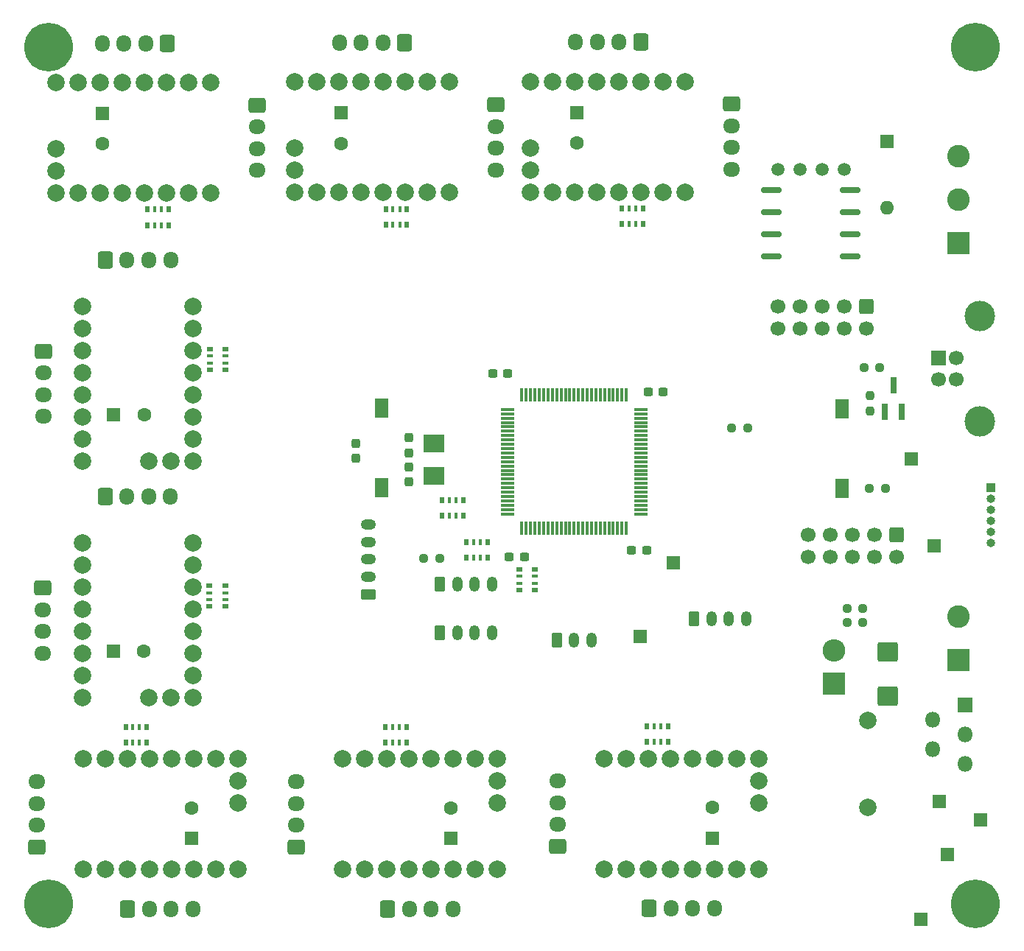
<source format=gbr>
%TF.GenerationSoftware,KiCad,Pcbnew,6.0.10*%
%TF.CreationDate,2023-03-14T21:17:13+03:00*%
%TF.ProjectId,multistepper,6d756c74-6973-4746-9570-7065722e6b69,rev?*%
%TF.SameCoordinates,Original*%
%TF.FileFunction,Soldermask,Top*%
%TF.FilePolarity,Negative*%
%FSLAX46Y46*%
G04 Gerber Fmt 4.6, Leading zero omitted, Abs format (unit mm)*
G04 Created by KiCad (PCBNEW 6.0.10) date 2023-03-14 21:17:13*
%MOMM*%
%LPD*%
G01*
G04 APERTURE LIST*
G04 Aperture macros list*
%AMRoundRect*
0 Rectangle with rounded corners*
0 $1 Rounding radius*
0 $2 $3 $4 $5 $6 $7 $8 $9 X,Y pos of 4 corners*
0 Add a 4 corners polygon primitive as box body*
4,1,4,$2,$3,$4,$5,$6,$7,$8,$9,$2,$3,0*
0 Add four circle primitives for the rounded corners*
1,1,$1+$1,$2,$3*
1,1,$1+$1,$4,$5*
1,1,$1+$1,$6,$7*
1,1,$1+$1,$8,$9*
0 Add four rect primitives between the rounded corners*
20,1,$1+$1,$2,$3,$4,$5,0*
20,1,$1+$1,$4,$5,$6,$7,0*
20,1,$1+$1,$6,$7,$8,$9,0*
20,1,$1+$1,$8,$9,$2,$3,0*%
G04 Aperture macros list end*
%ADD10RoundRect,0.237500X-0.300000X-0.237500X0.300000X-0.237500X0.300000X0.237500X-0.300000X0.237500X0*%
%ADD11RoundRect,0.250000X0.600000X0.725000X-0.600000X0.725000X-0.600000X-0.725000X0.600000X-0.725000X0*%
%ADD12O,1.700000X1.950000*%
%ADD13RoundRect,0.250000X-0.725000X0.600000X-0.725000X-0.600000X0.725000X-0.600000X0.725000X0.600000X0*%
%ADD14O,1.950000X1.700000*%
%ADD15RoundRect,0.250000X0.625000X-0.350000X0.625000X0.350000X-0.625000X0.350000X-0.625000X-0.350000X0*%
%ADD16O,1.750000X1.200000*%
%ADD17RoundRect,0.250000X-0.600000X0.600000X-0.600000X-0.600000X0.600000X-0.600000X0.600000X0.600000X0*%
%ADD18C,1.700000*%
%ADD19R,1.600000X2.180000*%
%ADD20RoundRect,0.250000X0.725000X-0.600000X0.725000X0.600000X-0.725000X0.600000X-0.725000X-0.600000X0*%
%ADD21C,5.600000*%
%ADD22RoundRect,0.237500X-0.237500X0.250000X-0.237500X-0.250000X0.237500X-0.250000X0.237500X0.250000X0*%
%ADD23R,1.600000X1.600000*%
%ADD24O,1.600000X1.600000*%
%ADD25C,1.600000*%
%ADD26RoundRect,0.250000X-0.350000X-0.625000X0.350000X-0.625000X0.350000X0.625000X-0.350000X0.625000X0*%
%ADD27O,1.200000X1.750000*%
%ADD28RoundRect,0.250000X-0.600000X-0.725000X0.600000X-0.725000X0.600000X0.725000X-0.600000X0.725000X0*%
%ADD29C,2.000000*%
%ADD30R,0.500000X0.800000*%
%ADD31R,0.400000X0.800000*%
%ADD32R,0.800000X0.500000*%
%ADD33R,0.800000X0.400000*%
%ADD34R,2.600000X2.600000*%
%ADD35C,2.600000*%
%ADD36RoundRect,0.237500X0.250000X0.237500X-0.250000X0.237500X-0.250000X-0.237500X0.250000X-0.237500X0*%
%ADD37R,0.800000X1.900000*%
%ADD38R,1.500000X1.500000*%
%ADD39R,1.000000X1.000000*%
%ADD40O,1.000000X1.000000*%
%ADD41RoundRect,0.075000X-0.725000X-0.075000X0.725000X-0.075000X0.725000X0.075000X-0.725000X0.075000X0*%
%ADD42RoundRect,0.075000X-0.075000X-0.725000X0.075000X-0.725000X0.075000X0.725000X-0.075000X0.725000X0*%
%ADD43RoundRect,0.237500X0.237500X-0.300000X0.237500X0.300000X-0.237500X0.300000X-0.237500X-0.300000X0*%
%ADD44RoundRect,0.237500X-0.250000X-0.237500X0.250000X-0.237500X0.250000X0.237500X-0.250000X0.237500X0*%
%ADD45R,2.400000X2.000000*%
%ADD46RoundRect,0.237500X-0.237500X0.300000X-0.237500X-0.300000X0.237500X-0.300000X0.237500X0.300000X0*%
%ADD47C,1.500000*%
%ADD48O,2.600000X2.600000*%
%ADD49RoundRect,0.162500X-1.012500X-0.162500X1.012500X-0.162500X1.012500X0.162500X-1.012500X0.162500X0*%
%ADD50R,1.800000X1.800000*%
%ADD51O,1.800000X1.800000*%
%ADD52RoundRect,0.237500X0.300000X0.237500X-0.300000X0.237500X-0.300000X-0.237500X0.300000X-0.237500X0*%
%ADD53RoundRect,0.250000X-0.925000X0.875000X-0.925000X-0.875000X0.925000X-0.875000X0.925000X0.875000X0*%
%ADD54R,1.700000X1.700000*%
%ADD55C,3.500000*%
G04 APERTURE END LIST*
D10*
%TO.C,C9*%
X110035000Y-79502000D03*
X111760000Y-79502000D03*
%TD*%
D11*
%TO.C,J17*%
X99921075Y-41501827D03*
D12*
X97421075Y-41501827D03*
X94921075Y-41501827D03*
X92421075Y-41501827D03*
%TD*%
D13*
%TO.C,J12*%
X58374000Y-76974000D03*
D14*
X58374000Y-79474000D03*
X58374000Y-81974000D03*
X58374000Y-84474000D03*
%TD*%
D15*
%TO.C,J6*%
X95758000Y-104902000D03*
D16*
X95758000Y-102902000D03*
X95758000Y-100902000D03*
X95758000Y-98902000D03*
X95758000Y-96902000D03*
%TD*%
D17*
%TO.C,J2*%
X152958800Y-71840700D03*
D18*
X152958800Y-74380700D03*
X150418800Y-71840700D03*
X150418800Y-74380700D03*
X147878800Y-71840700D03*
X147878800Y-74380700D03*
X145338800Y-71840700D03*
X145338800Y-74380700D03*
X142798800Y-71840700D03*
X142798800Y-74380700D03*
%TD*%
D19*
%TO.C,SW2*%
X150164800Y-83548000D03*
X150164800Y-92728000D03*
%TD*%
D20*
%TO.C,J22*%
X87466000Y-133934000D03*
D14*
X87466000Y-131434000D03*
X87466000Y-128934000D03*
X87466000Y-126434000D03*
%TD*%
D21*
%TO.C,H4*%
X165500000Y-140500000D03*
%TD*%
D22*
%TO.C,R36*%
X153416000Y-82043900D03*
X153416000Y-83868900D03*
%TD*%
D23*
%TO.C,SW3*%
X155295600Y-52832000D03*
D24*
X155295600Y-60452000D03*
%TD*%
D23*
%TO.C,C24*%
X105246000Y-132978000D03*
D25*
X105246000Y-129478000D03*
%TD*%
D26*
%TO.C,J5*%
X103934000Y-103733600D03*
D27*
X105934000Y-103733600D03*
X107934000Y-103733600D03*
X109934000Y-103733600D03*
%TD*%
D28*
%TO.C,J11*%
X65500000Y-66500000D03*
D12*
X68000000Y-66500000D03*
X70500000Y-66500000D03*
X73000000Y-66500000D03*
%TD*%
D29*
%TO.C,XX5*%
X140640000Y-123774000D03*
X138100000Y-123774000D03*
X135560000Y-123774000D03*
X133020000Y-123774000D03*
X130480000Y-123774000D03*
X127940000Y-123774000D03*
X125400000Y-123774000D03*
X122860000Y-123774000D03*
X122860000Y-136474000D03*
X125400000Y-136474000D03*
X127940000Y-136474000D03*
X130480000Y-136474000D03*
X133020000Y-136474000D03*
X135560000Y-136474000D03*
X138100000Y-136474000D03*
X140640000Y-136474000D03*
X140640000Y-126314000D03*
X140640000Y-128854000D03*
%TD*%
D30*
%TO.C,RN11*%
X127270450Y-60560000D03*
D31*
X126470450Y-60560000D03*
X125670450Y-60560000D03*
D30*
X124870450Y-60560000D03*
X124870450Y-62360000D03*
D31*
X125670450Y-62360000D03*
X126470450Y-62360000D03*
D30*
X127270450Y-62360000D03*
%TD*%
D26*
%TO.C,J13*%
X117380000Y-110194000D03*
D27*
X119380000Y-110194000D03*
X121380000Y-110194000D03*
%TD*%
D29*
%TO.C,XX8*%
X75572000Y-116801600D03*
X75572000Y-114261600D03*
X75572000Y-111721600D03*
X75572000Y-109181600D03*
X75572000Y-106641600D03*
X75572000Y-104101600D03*
X75572000Y-101561600D03*
X75572000Y-99021600D03*
X62872000Y-99021600D03*
X62872000Y-101561600D03*
X62872000Y-104101600D03*
X62872000Y-106641600D03*
X62872000Y-109181600D03*
X62872000Y-111721600D03*
X62872000Y-114261600D03*
X62872000Y-116801600D03*
X73032000Y-116801600D03*
X70492000Y-116801600D03*
%TD*%
%TO.C,XX3*%
X87281075Y-58727827D03*
X89821075Y-58727827D03*
X92361075Y-58727827D03*
X94901075Y-58727827D03*
X97441075Y-58727827D03*
X99981075Y-58727827D03*
X102521075Y-58727827D03*
X105061075Y-58727827D03*
X105061075Y-46027827D03*
X102521075Y-46027827D03*
X99981075Y-46027827D03*
X97441075Y-46027827D03*
X94901075Y-46027827D03*
X92361075Y-46027827D03*
X89821075Y-46027827D03*
X87281075Y-46027827D03*
X87281075Y-56187827D03*
X87281075Y-53647827D03*
%TD*%
D32*
%TO.C,RN7*%
X113095200Y-102025600D03*
D33*
X113095200Y-102825600D03*
X113095200Y-103625600D03*
D32*
X113095200Y-104425600D03*
X114895200Y-104425600D03*
D33*
X114895200Y-103625600D03*
X114895200Y-102825600D03*
D32*
X114895200Y-102025600D03*
%TD*%
D34*
%TO.C,J10*%
X163576000Y-112482000D03*
D35*
X163576000Y-107482000D03*
%TD*%
D36*
%TO.C,R33*%
X154529800Y-78841600D03*
X152704800Y-78841600D03*
%TD*%
D17*
%TO.C,J3*%
X156464000Y-98044000D03*
D18*
X156464000Y-100584000D03*
X153924000Y-98044000D03*
X153924000Y-100584000D03*
X151384000Y-98044000D03*
X151384000Y-100584000D03*
X148844000Y-98044000D03*
X148844000Y-100584000D03*
X146304000Y-98044000D03*
X146304000Y-100584000D03*
%TD*%
D37*
%TO.C,Q3*%
X155107600Y-83897600D03*
X157007600Y-83897600D03*
X156057600Y-80897600D03*
%TD*%
D38*
%TO.C,TP3*%
X166090600Y-130860800D03*
%TD*%
D39*
%TO.C,J1*%
X167258600Y-92608400D03*
D40*
X167258600Y-93878400D03*
X167258600Y-95148400D03*
X167258600Y-96418400D03*
X167258600Y-97688400D03*
X167258600Y-98958400D03*
%TD*%
D20*
%TO.C,J24*%
X57604925Y-133934000D03*
D14*
X57604925Y-131434000D03*
X57604925Y-128934000D03*
X57604925Y-126434000D03*
%TD*%
D41*
%TO.C,U1*%
X111705000Y-83662000D03*
X111705000Y-84162000D03*
X111705000Y-84662000D03*
X111705000Y-85162000D03*
X111705000Y-85662000D03*
X111705000Y-86162000D03*
X111705000Y-86662000D03*
X111705000Y-87162000D03*
X111705000Y-87662000D03*
X111705000Y-88162000D03*
X111705000Y-88662000D03*
X111705000Y-89162000D03*
X111705000Y-89662000D03*
X111705000Y-90162000D03*
X111705000Y-90662000D03*
X111705000Y-91162000D03*
X111705000Y-91662000D03*
X111705000Y-92162000D03*
X111705000Y-92662000D03*
X111705000Y-93162000D03*
X111705000Y-93662000D03*
X111705000Y-94162000D03*
X111705000Y-94662000D03*
X111705000Y-95162000D03*
X111705000Y-95662000D03*
D42*
X113380000Y-97337000D03*
X113880000Y-97337000D03*
X114380000Y-97337000D03*
X114880000Y-97337000D03*
X115380000Y-97337000D03*
X115880000Y-97337000D03*
X116380000Y-97337000D03*
X116880000Y-97337000D03*
X117380000Y-97337000D03*
X117880000Y-97337000D03*
X118380000Y-97337000D03*
X118880000Y-97337000D03*
X119380000Y-97337000D03*
X119880000Y-97337000D03*
X120380000Y-97337000D03*
X120880000Y-97337000D03*
X121380000Y-97337000D03*
X121880000Y-97337000D03*
X122380000Y-97337000D03*
X122880000Y-97337000D03*
X123380000Y-97337000D03*
X123880000Y-97337000D03*
X124380000Y-97337000D03*
X124880000Y-97337000D03*
X125380000Y-97337000D03*
D41*
X127055000Y-95662000D03*
X127055000Y-95162000D03*
X127055000Y-94662000D03*
X127055000Y-94162000D03*
X127055000Y-93662000D03*
X127055000Y-93162000D03*
X127055000Y-92662000D03*
X127055000Y-92162000D03*
X127055000Y-91662000D03*
X127055000Y-91162000D03*
X127055000Y-90662000D03*
X127055000Y-90162000D03*
X127055000Y-89662000D03*
X127055000Y-89162000D03*
X127055000Y-88662000D03*
X127055000Y-88162000D03*
X127055000Y-87662000D03*
X127055000Y-87162000D03*
X127055000Y-86662000D03*
X127055000Y-86162000D03*
X127055000Y-85662000D03*
X127055000Y-85162000D03*
X127055000Y-84662000D03*
X127055000Y-84162000D03*
X127055000Y-83662000D03*
D42*
X125380000Y-81987000D03*
X124880000Y-81987000D03*
X124380000Y-81987000D03*
X123880000Y-81987000D03*
X123380000Y-81987000D03*
X122880000Y-81987000D03*
X122380000Y-81987000D03*
X121880000Y-81987000D03*
X121380000Y-81987000D03*
X120880000Y-81987000D03*
X120380000Y-81987000D03*
X119880000Y-81987000D03*
X119380000Y-81987000D03*
X118880000Y-81987000D03*
X118380000Y-81987000D03*
X117880000Y-81987000D03*
X117380000Y-81987000D03*
X116880000Y-81987000D03*
X116380000Y-81987000D03*
X115880000Y-81987000D03*
X115380000Y-81987000D03*
X114880000Y-81987000D03*
X114380000Y-81987000D03*
X113880000Y-81987000D03*
X113380000Y-81987000D03*
%TD*%
D21*
%TO.C,H1*%
X59000000Y-42000000D03*
%TD*%
D23*
%TO.C,C23*%
X135306000Y-132918000D03*
D25*
X135306000Y-129418000D03*
%TD*%
D43*
%TO.C,C4*%
X100417350Y-91997700D03*
X100417350Y-90272700D03*
%TD*%
D11*
%TO.C,J19*%
X127026450Y-41440000D03*
D12*
X124526450Y-41440000D03*
X122026450Y-41440000D03*
X119526450Y-41440000D03*
%TD*%
D44*
%TO.C,R35*%
X137466700Y-85801200D03*
X139291700Y-85801200D03*
%TD*%
D38*
%TO.C,TP2*%
X159258000Y-142240000D03*
%TD*%
D13*
%TO.C,J14*%
X82974000Y-48689654D03*
D14*
X82974000Y-51189654D03*
X82974000Y-53689654D03*
X82974000Y-56189654D03*
%TD*%
D21*
%TO.C,H3*%
X59000000Y-140500000D03*
%TD*%
D28*
%TO.C,J23*%
X97940000Y-141060000D03*
D12*
X100440000Y-141060000D03*
X102940000Y-141060000D03*
X105440000Y-141060000D03*
%TD*%
D45*
%TO.C,Y1*%
X103225600Y-87558000D03*
X103225600Y-91258000D03*
%TD*%
D28*
%TO.C,J25*%
X68078925Y-141060000D03*
D12*
X70578925Y-141060000D03*
X73078925Y-141060000D03*
X75578925Y-141060000D03*
%TD*%
D29*
%TO.C,XX4*%
X114386450Y-58666000D03*
X116926450Y-58666000D03*
X119466450Y-58666000D03*
X122006450Y-58666000D03*
X124546450Y-58666000D03*
X127086450Y-58666000D03*
X129626450Y-58666000D03*
X132166450Y-58666000D03*
X132166450Y-45966000D03*
X129626450Y-45966000D03*
X127086450Y-45966000D03*
X124546450Y-45966000D03*
X122006450Y-45966000D03*
X119466450Y-45966000D03*
X116926450Y-45966000D03*
X114386450Y-45966000D03*
X114386450Y-56126000D03*
X114386450Y-53586000D03*
%TD*%
D30*
%TO.C,RN6*%
X104210000Y-95896000D03*
D31*
X105010000Y-95896000D03*
X105810000Y-95896000D03*
D30*
X106610000Y-95896000D03*
X106610000Y-94096000D03*
D31*
X105810000Y-94096000D03*
X105010000Y-94096000D03*
D30*
X104210000Y-94096000D03*
%TD*%
D44*
%TO.C,R2*%
X153341700Y-92710000D03*
X155166700Y-92710000D03*
%TD*%
D10*
%TO.C,C5*%
X127889000Y-81661000D03*
X129614000Y-81661000D03*
%TD*%
D46*
%TO.C,C2*%
X94284800Y-87528400D03*
X94284800Y-89253400D03*
%TD*%
D21*
%TO.C,H2*%
X165500000Y-42000000D03*
%TD*%
D28*
%TO.C,J21*%
X128000000Y-141000000D03*
D12*
X130500000Y-141000000D03*
X133000000Y-141000000D03*
X135500000Y-141000000D03*
%TD*%
D23*
%TO.C,C21*%
X92615075Y-49583827D03*
D25*
X92615075Y-53083827D03*
%TD*%
D30*
%TO.C,RN10*%
X100165075Y-60621827D03*
D31*
X99365075Y-60621827D03*
X98565075Y-60621827D03*
D30*
X97765075Y-60621827D03*
X97765075Y-62421827D03*
D31*
X98565075Y-62421827D03*
X99365075Y-62421827D03*
D30*
X100165075Y-62421827D03*
%TD*%
D23*
%TO.C,C22*%
X119720450Y-49522000D03*
D25*
X119720450Y-53022000D03*
%TD*%
D30*
%TO.C,RN5*%
X107004000Y-100722000D03*
D31*
X107804000Y-100722000D03*
X108604000Y-100722000D03*
D30*
X109404000Y-100722000D03*
X109404000Y-98922000D03*
D31*
X108604000Y-98922000D03*
X107804000Y-98922000D03*
D30*
X107004000Y-98922000D03*
%TD*%
D13*
%TO.C,J18*%
X137500450Y-48566000D03*
D14*
X137500450Y-51066000D03*
X137500450Y-53566000D03*
X137500450Y-56066000D03*
%TD*%
D47*
%TO.C,Q1*%
X142798800Y-56083200D03*
X145338800Y-56083200D03*
X147878800Y-56083200D03*
X150418800Y-56083200D03*
%TD*%
D46*
%TO.C,C1*%
X100417350Y-86917700D03*
X100417350Y-88642700D03*
%TD*%
D29*
%TO.C,XX6*%
X110580000Y-123834000D03*
X108040000Y-123834000D03*
X105500000Y-123834000D03*
X102960000Y-123834000D03*
X100420000Y-123834000D03*
X97880000Y-123834000D03*
X95340000Y-123834000D03*
X92800000Y-123834000D03*
X92800000Y-136534000D03*
X95340000Y-136534000D03*
X97880000Y-136534000D03*
X100420000Y-136534000D03*
X102960000Y-136534000D03*
X105500000Y-136534000D03*
X108040000Y-136534000D03*
X110580000Y-136534000D03*
X110580000Y-126374000D03*
X110580000Y-128914000D03*
%TD*%
D34*
%TO.C,D26*%
X149250400Y-115194400D03*
D48*
X149250400Y-111384400D03*
%TD*%
D49*
%TO.C,U2*%
X142033000Y-58420000D03*
X142033000Y-60960000D03*
X142033000Y-63500000D03*
X142033000Y-66040000D03*
X151083000Y-66040000D03*
X151083000Y-63500000D03*
X151083000Y-60960000D03*
X151083000Y-58420000D03*
%TD*%
D38*
%TO.C,TP6*%
X127000000Y-109728000D03*
%TD*%
D23*
%TO.C,C19*%
X66456000Y-84280000D03*
D25*
X69956000Y-84280000D03*
%TD*%
D50*
%TO.C,U5*%
X164287200Y-117602000D03*
D51*
X160587200Y-119302000D03*
X164287200Y-121002000D03*
X160587200Y-122702000D03*
X164287200Y-124402000D03*
%TD*%
D30*
%TO.C,RN13*%
X97696000Y-121940000D03*
D31*
X98496000Y-121940000D03*
X99296000Y-121940000D03*
D30*
X100096000Y-121940000D03*
X100096000Y-120140000D03*
D31*
X99296000Y-120140000D03*
X98496000Y-120140000D03*
D30*
X97696000Y-120140000D03*
%TD*%
D13*
%TO.C,J27*%
X58346000Y-104161600D03*
D14*
X58346000Y-106661600D03*
X58346000Y-109161600D03*
X58346000Y-111661600D03*
%TD*%
D26*
%TO.C,J7*%
X133144000Y-107704800D03*
D27*
X135144000Y-107704800D03*
X137144000Y-107704800D03*
X139144000Y-107704800D03*
%TD*%
D30*
%TO.C,RN9*%
X72744000Y-60683654D03*
D31*
X71944000Y-60683654D03*
X71144000Y-60683654D03*
D30*
X70344000Y-60683654D03*
X70344000Y-62483654D03*
D31*
X71144000Y-62483654D03*
X71944000Y-62483654D03*
D30*
X72744000Y-62483654D03*
%TD*%
D38*
%TO.C,TP4*%
X161366200Y-128701800D03*
%TD*%
D32*
%TO.C,RN15*%
X77466000Y-103917600D03*
D33*
X77466000Y-104717600D03*
X77466000Y-105517600D03*
D32*
X77466000Y-106317600D03*
X79266000Y-106317600D03*
D33*
X79266000Y-105517600D03*
X79266000Y-104717600D03*
D32*
X79266000Y-103917600D03*
%TD*%
D11*
%TO.C,J15*%
X72644000Y-41563654D03*
D12*
X70144000Y-41563654D03*
X67644000Y-41563654D03*
X65144000Y-41563654D03*
%TD*%
D52*
%TO.C,C6*%
X127709000Y-99822000D03*
X125984000Y-99822000D03*
%TD*%
D29*
%TO.C,L1*%
X153162000Y-129409200D03*
X153162000Y-119409200D03*
%TD*%
D23*
%TO.C,C20*%
X65194000Y-49645654D03*
D25*
X65194000Y-53145654D03*
%TD*%
D19*
%TO.C,SW1*%
X97282000Y-83479200D03*
X97282000Y-92659200D03*
%TD*%
D29*
%TO.C,XX2*%
X59860000Y-58789654D03*
X62400000Y-58789654D03*
X64940000Y-58789654D03*
X67480000Y-58789654D03*
X70020000Y-58789654D03*
X72560000Y-58789654D03*
X75100000Y-58789654D03*
X77640000Y-58789654D03*
X77640000Y-46089654D03*
X75100000Y-46089654D03*
X72560000Y-46089654D03*
X70020000Y-46089654D03*
X67480000Y-46089654D03*
X64940000Y-46089654D03*
X62400000Y-46089654D03*
X59860000Y-46089654D03*
X59860000Y-56249654D03*
X59860000Y-53709654D03*
%TD*%
D34*
%TO.C,J9*%
X163576000Y-64516000D03*
D35*
X163576000Y-59516000D03*
X163576000Y-54516000D03*
%TD*%
D23*
%TO.C,C25*%
X75384925Y-132978000D03*
D25*
X75384925Y-129478000D03*
%TD*%
D36*
%TO.C,R11*%
X152552400Y-108102400D03*
X150727400Y-108102400D03*
%TD*%
D29*
%TO.C,XX7*%
X80718925Y-123834000D03*
X78178925Y-123834000D03*
X75638925Y-123834000D03*
X73098925Y-123834000D03*
X70558925Y-123834000D03*
X68018925Y-123834000D03*
X65478925Y-123834000D03*
X62938925Y-123834000D03*
X62938925Y-136534000D03*
X65478925Y-136534000D03*
X68018925Y-136534000D03*
X70558925Y-136534000D03*
X73098925Y-136534000D03*
X75638925Y-136534000D03*
X78178925Y-136534000D03*
X80718925Y-136534000D03*
X80718925Y-126374000D03*
X80718925Y-128914000D03*
%TD*%
D30*
%TO.C,RN14*%
X67834925Y-121940000D03*
D31*
X68634925Y-121940000D03*
X69434925Y-121940000D03*
D30*
X70234925Y-121940000D03*
X70234925Y-120140000D03*
D31*
X69434925Y-120140000D03*
X68634925Y-120140000D03*
D30*
X67834925Y-120140000D03*
%TD*%
D28*
%TO.C,J26*%
X65472000Y-93687600D03*
D12*
X67972000Y-93687600D03*
X70472000Y-93687600D03*
X72972000Y-93687600D03*
%TD*%
D44*
%TO.C,R10*%
X150727400Y-106527600D03*
X152552400Y-106527600D03*
%TD*%
D52*
%TO.C,C7*%
X113638500Y-100584000D03*
X111913500Y-100584000D03*
%TD*%
D53*
%TO.C,C14*%
X155397200Y-111546800D03*
X155397200Y-116646800D03*
%TD*%
D26*
%TO.C,J4*%
X103934000Y-109321600D03*
D27*
X105934000Y-109321600D03*
X107934000Y-109321600D03*
X109934000Y-109321600D03*
%TD*%
D44*
%TO.C,R9*%
X102109900Y-100736400D03*
X103934900Y-100736400D03*
%TD*%
D30*
%TO.C,RN12*%
X127756000Y-121880000D03*
D31*
X128556000Y-121880000D03*
X129356000Y-121880000D03*
D30*
X130156000Y-121880000D03*
X130156000Y-120080000D03*
D31*
X129356000Y-120080000D03*
X128556000Y-120080000D03*
D30*
X127756000Y-120080000D03*
%TD*%
D20*
%TO.C,J20*%
X117526000Y-133874000D03*
D14*
X117526000Y-131374000D03*
X117526000Y-128874000D03*
X117526000Y-126374000D03*
%TD*%
D13*
%TO.C,J16*%
X110395075Y-48627827D03*
D14*
X110395075Y-51127827D03*
X110395075Y-53627827D03*
X110395075Y-56127827D03*
%TD*%
D32*
%TO.C,RN8*%
X77494000Y-76730000D03*
D33*
X77494000Y-77530000D03*
X77494000Y-78330000D03*
D32*
X77494000Y-79130000D03*
X79294000Y-79130000D03*
D33*
X79294000Y-78330000D03*
X79294000Y-77530000D03*
D32*
X79294000Y-76730000D03*
%TD*%
D38*
%TO.C,TP8*%
X162255200Y-134823200D03*
%TD*%
%TO.C,TP5*%
X130810000Y-101244400D03*
%TD*%
D23*
%TO.C,C26*%
X66428000Y-111467600D03*
D25*
X69928000Y-111467600D03*
%TD*%
D29*
%TO.C,XX1*%
X75600000Y-89614000D03*
X75600000Y-87074000D03*
X75600000Y-84534000D03*
X75600000Y-81994000D03*
X75600000Y-79454000D03*
X75600000Y-76914000D03*
X75600000Y-74374000D03*
X75600000Y-71834000D03*
X62900000Y-71834000D03*
X62900000Y-74374000D03*
X62900000Y-76914000D03*
X62900000Y-79454000D03*
X62900000Y-81994000D03*
X62900000Y-84534000D03*
X62900000Y-87074000D03*
X62900000Y-89614000D03*
X73060000Y-89614000D03*
X70520000Y-89614000D03*
%TD*%
D54*
%TO.C,J8*%
X161290000Y-77730000D03*
D18*
X161290000Y-80230000D03*
X163290000Y-80230000D03*
X163290000Y-77730000D03*
D55*
X166000000Y-72960000D03*
X166000000Y-85000000D03*
%TD*%
D38*
%TO.C,TP1*%
X158167500Y-89348000D03*
%TD*%
%TO.C,TP7*%
X160731200Y-99314000D03*
%TD*%
M02*

</source>
